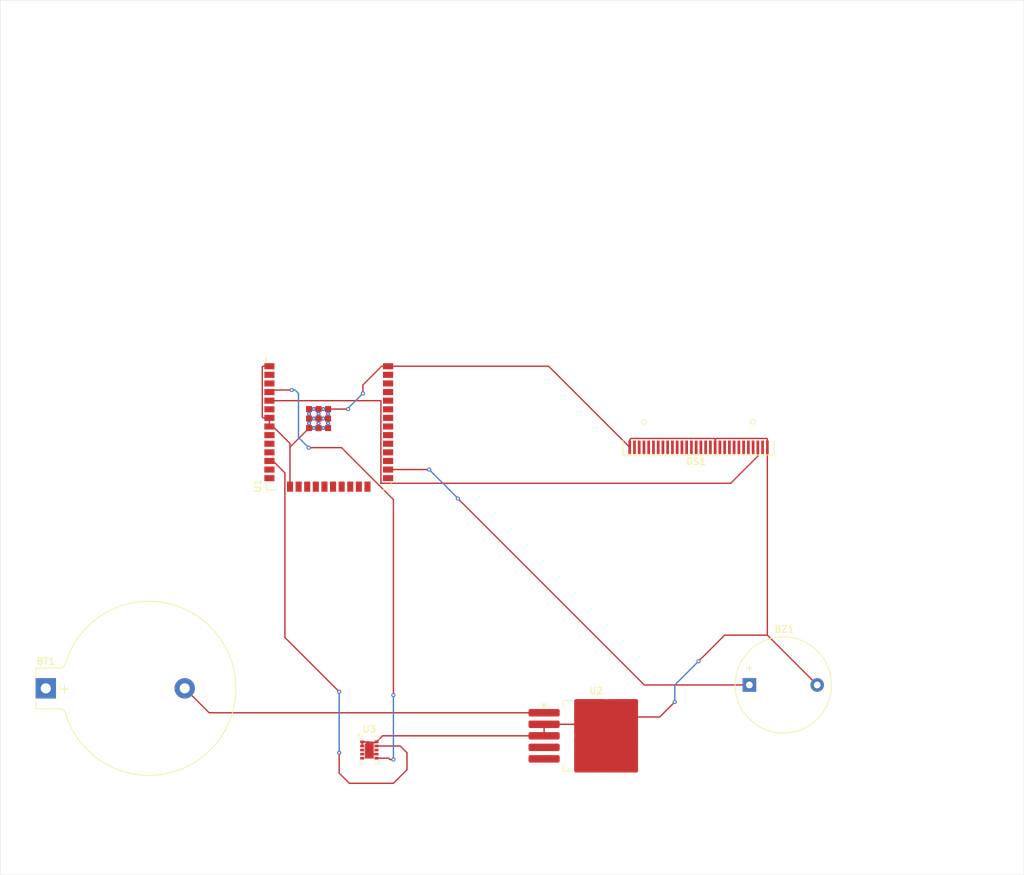
<source format=kicad_pcb>
(kicad_pcb (version 20241229) (generator "pcbnew") (generator_version "9.0")
  (layers (0 "F.Cu" signal) (2 "B.Cu" signal) (13 "F.Paste" user) (15 "B.Paste" user) (5 "F.SilkS" user "F.Silkscreen") (7 "B.SilkS" user "B.Silkscreen") (1 "F.Mask" user) (3 "B.Mask" user) (25 "Edge.Cuts" user))
  (net 0 "")
  (net 1 "Net-(BT1--)")
  (net 2 "Net-(BT1-+)")
  (net 3 "Net-(BZ1-+)")
  (net 4 "GND")
  (net 25 "Net-(DS1-VCC)")
  (net 42 "Net-(U1-IO27)")
  (net 44 "Net-(U1-SENSOR_VP)")
  (footprint "RF_Module:ESP32-WROOM-32E" (layer "F.Cu") (at 131.46 91.25)
    (property "Reference" "U1" (at -10.5 13.5 90) (layer "F.SilkS") (effects (justify left)))
    (property "Value" "ESP32-WROOM-32")
    (fp_line (start -9.2 12.95) (end -9.2 12) (stroke (width 0.12)) (layer "F.SilkS"))
    (fp_line (start -7.8 12.95) (end -9.2 12.95) (stroke (width 0.12)) (layer "F.SilkS"))
    (fp_line (start 7.8 12.95) (end 9.2 12.95) (stroke (width 0.12)) (layer "F.SilkS"))
    (fp_line (start 9.2 12.95) (end 9.2 12) (stroke (width 0.12)) (layer "F.SilkS"))
    (fp_poly (pts (xy -9.2 -6) (xy -9.7 -6) (xy -9.2 -6.5) (xy -9.2 -6)) (stroke (width 0.12)) (fill yes) (layer "F.SilkS"))
    (pad "1" smd rect (at -8.75 -5.26) (size 1.5 0.9) (layers "F.Cu" "F.Mask" "F.Paste") (net 4 "GND"))
    (pad "2" smd rect (at -8.75 -3.99) (size 1.5 0.9) (layers "F.Cu" "F.Mask" "F.Paste"))
    (pad "3" smd rect (at -8.75 -2.72) (size 1.5 0.9) (layers "F.Cu" "F.Mask" "F.Paste"))
    (pad "4" smd rect (at -8.75 -1.45) (size 1.5 0.9) (layers "F.Cu" "F.Mask" "F.Paste") (net 44 "Net-(U1-SENSOR_VP)"))
    (pad "5" smd rect (at -8.75 -0.18) (size 1.5 0.9) (layers "F.Cu" "F.Mask" "F.Paste") (net 25 "Net-(DS1-VCC)"))
    (pad "6" smd rect (at -8.75 1.09) (size 1.5 0.9) (layers "F.Cu" "F.Mask" "F.Paste"))
    (pad "7" smd rect (at -8.75 2.36) (size 1.5 0.9) (layers "F.Cu" "F.Mask" "F.Paste") (net 4 "GND"))
    (pad "8" smd rect (at -8.75 3.63) (size 1.5 0.9) (layers "F.Cu" "F.Mask" "F.Paste") (net 4 "GND"))
    (pad "9" smd rect (at -8.75 4.9) (size 1.5 0.9) (layers "F.Cu" "F.Mask" "F.Paste"))
    (pad "10" smd rect (at -8.75 6.17) (size 1.5 0.9) (layers "F.Cu" "F.Mask" "F.Paste"))
    (pad "11" smd rect (at -8.75 7.44) (size 1.5 0.9) (layers "F.Cu" "F.Mask" "F.Paste"))
    (pad "12" smd rect (at -8.75 8.71) (size 1.5 0.9) (layers "F.Cu" "F.Mask" "F.Paste") (net 42 "Net-(U1-IO27)"))
    (pad "13" smd rect (at -8.75 9.98) (size 1.5 0.9) (layers "F.Cu" "F.Mask" "F.Paste"))
    (pad "14" smd rect (at -8.75 11.25) (size 1.5 0.9) (layers "F.Cu" "F.Mask" "F.Paste"))
    (pad "15" smd rect (at -5.715 12.5 90) (size 1.5 0.9) (layers "F.Cu" "F.Mask" "F.Paste") (net 4 "GND"))
    (pad "16" smd rect (at -4.445 12.5 90) (size 1.5 0.9) (layers "F.Cu" "F.Mask" "F.Paste"))
    (pad "17" smd rect (at -3.175 12.5 90) (size 1.5 0.9) (layers "F.Cu" "F.Mask" "F.Paste"))
    (pad "18" smd rect (at -1.905 12.5 90) (size 1.5 0.9) (layers "F.Cu" "F.Mask" "F.Paste"))
    (pad "19" smd rect (at -0.635 12.5 90) (size 1.5 0.9) (layers "F.Cu" "F.Mask" "F.Paste"))
    (pad "20" smd rect (at 0.635 12.5 90) (size 1.5 0.9) (layers "F.Cu" "F.Mask" "F.Paste"))
    (pad "21" smd rect (at 1.905 12.5 90) (size 1.5 0.9) (layers "F.Cu" "F.Mask" "F.Paste"))
    (pad "22" smd rect (at 3.175 12.5 90) (size 1.5 0.9) (layers "F.Cu" "F.Mask" "F.Paste"))
    (pad "23" smd rect (at 4.445 12.5 90) (size 1.5 0.9) (layers "F.Cu" "F.Mask" "F.Paste"))
    (pad "24" smd rect (at 5.715 12.5 90) (size 1.5 0.9) (layers "F.Cu" "F.Mask" "F.Paste"))
    (pad "25" smd rect (at 8.75 11.25) (size 1.5 0.9) (layers "F.Cu" "F.Mask" "F.Paste"))
    (pad "26" smd rect (at 8.75 9.98) (size 1.5 0.9) (layers "F.Cu" "F.Mask" "F.Paste") (net 3 "Net-(BZ1-+)"))
    (pad "27" smd rect (at 8.75 8.71) (size 1.5 0.9) (layers "F.Cu" "F.Mask" "F.Paste"))
    (pad "28" smd rect (at 8.75 7.44) (size 1.5 0.9) (layers "F.Cu" "F.Mask" "F.Paste"))
    (pad "29" smd rect (at 8.75 6.17) (size 1.5 0.9) (layers "F.Cu" "F.Mask" "F.Paste"))
    (pad "30" smd rect (at 8.75 4.9) (size 1.5 0.9) (layers "F.Cu" "F.Mask" "F.Paste"))
    (pad "31" smd rect (at 8.75 3.63) (size 1.5 0.9) (layers "F.Cu" "F.Mask" "F.Paste"))
    (pad "32" smd rect (at 8.75 2.36) (size 1.5 0.9) (layers "F.Cu" "F.Mask" "F.Paste"))
    (pad "33" smd rect (at 8.75 1.09) (size 1.5 0.9) (layers "F.Cu" "F.Mask" "F.Paste"))
    (pad "34" smd rect (at 8.75 -0.18) (size 1.5 0.9) (layers "F.Cu" "F.Mask" "F.Paste"))
    (pad "35" smd rect (at 8.75 -1.45) (size 1.5 0.9) (layers "F.Cu" "F.Mask" "F.Paste"))
    (pad "36" smd rect (at 8.75 -2.72) (size 1.5 0.9) (layers "F.Cu" "F.Mask" "F.Paste"))
    (pad "37" smd rect (at 8.75 -3.99) (size 1.5 0.9) (layers "F.Cu" "F.Mask" "F.Paste"))
    (pad "38" smd rect (at 8.75 -5.26) (size 1.5 0.9) (layers "F.Cu" "F.Mask" "F.Paste") (net 4 "GND"))
    (pad "39" smd rect (at -2.9 1.06) (size 0.9 0.9) (property pad_prop_heatsink) (layers "F.Cu" "F.Mask" "F.Paste") (net 4 "GND"))
    (pad "39" thru_hole circle (at -2.9 1.76) (size 0.6 0.6) (drill 0.2) (property pad_prop_heatsink) (layers "*.Cu" "*.Mask") (net 4 "GND"))
    (pad "39" smd rect (at -2.9 2.46) (size 0.9 0.9) (property pad_prop_heatsink) (layers "F.Cu" "F.Mask" "F.Paste") (net 4 "GND"))
    (pad "39" thru_hole circle (at -2.9 3.16) (size 0.6 0.6) (drill 0.2) (property pad_prop_heatsink) (layers "*.Cu" "*.Mask") (net 4 "GND"))
    (pad "39" smd rect (at -2.9 3.86) (size 0.9 0.9) (property pad_prop_heatsink) (layers "F.Cu" "F.Mask" "F.Paste") (net 4 "GND"))
    (pad "39" thru_hole circle (at -2.2 1.06) (size 0.6 0.6) (drill 0.2) (property pad_prop_heatsink) (layers "*.Cu" "*.Mask") (net 4 "GND"))
    (pad "39" thru_hole circle (at -2.2 2.46) (size 0.6 0.6) (drill 0.2) (property pad_prop_heatsink) (layers "*.Cu" "*.Mask") (net 4 "GND"))
    (pad "39" thru_hole circle (at -2.2 3.86) (size 0.6 0.6) (drill 0.2) (property pad_prop_heatsink) (layers "*.Cu" "*.Mask") (net 4 "GND"))
    (pad "39" smd rect (at -1.5 1.06) (size 0.9 0.9) (property pad_prop_heatsink) (layers "F.Cu" "F.Mask" "F.Paste") (net 4 "GND"))
    (pad "39" thru_hole circle (at -1.5 1.76) (size 0.6 0.6) (drill 0.2) (property pad_prop_heatsink) (layers "*.Cu" "*.Mask") (net 4 "GND"))
    (pad "39" smd rect (at -1.5 2.46) (size 0.9 0.9) (property pad_prop_heatsink) (layers "F.Cu" "F.Mask" "F.Paste") (net 4 "GND"))
    (pad "39" thru_hole circle (at -1.5 3.16) (size 0.6 0.6) (drill 0.2) (property pad_prop_heatsink) (layers "*.Cu" "*.Mask") (net 4 "GND"))
    (pad "39" smd rect (at -1.5 3.86) (size 0.9 0.9) (property pad_prop_heatsink) (layers "F.Cu" "F.Mask" "F.Paste") (net 4 "GND"))
    (pad "39" thru_hole circle (at -0.8 1.06) (size 0.6 0.6) (drill 0.2) (property pad_prop_heatsink) (layers "*.Cu" "*.Mask") (net 4 "GND"))
    (pad "39" thru_hole circle (at -0.8 2.46) (size 0.6 0.6) (drill 0.2) (property pad_prop_heatsink) (layers "*.Cu" "*.Mask") (net 4 "GND"))
    (pad "39" thru_hole circle (at -0.8 3.86) (size 0.6 0.6) (drill 0.2) (property pad_prop_heatsink) (layers "*.Cu" "*.Mask") (net 4 "GND"))
    (pad "39" smd rect (at -0.1 1.06) (size 0.9 0.9) (property pad_prop_heatsink) (layers "F.Cu" "F.Mask" "F.Paste") (net 4 "GND"))
    (pad "39" thru_hole circle (at -0.1 1.76) (size 0.6 0.6) (drill 0.2) (property pad_prop_heatsink) (layers "*.Cu" "*.Mask") (net 4 "GND"))
    (pad "39" smd rect (at -0.1 2.46) (size 0.9 0.9) (property pad_prop_heatsink) (layers "F.Cu" "F.Mask" "F.Paste") (net 4 "GND"))
    (pad "39" thru_hole circle (at -0.1 3.16) (size 0.6 0.6) (drill 0.2) (property pad_prop_heatsink) (layers "*.Cu" "*.Mask") (net 4 "GND"))
    (pad "39" smd rect (at -0.1 3.86) (size 0.9 0.9) (property pad_prop_heatsink) (layers "F.Cu" "F.Mask" "F.Paste") (net 4 "GND"))
  )
  (footprint "Package_LGA:AMS_LGA-10-1EP_2.7x4mm_P0.6mm" (layer "F.Cu") (at 137.45 142.6)
    (property "Reference" "U3" (at 0 -3.1 0) (layer "F.SilkS"))
    (property "Value" "CCS811")
    (fp_line (start -1.4 -1.85) (end -1.4 -1.57) (stroke (width 0.1)) (layer "F.SilkS"))
    (fp_line (start -1.4 1.57) (end -1.4 2.05) (stroke (width 0.1)) (layer "F.SilkS"))
    (fp_line (start -1.4 2.05) (end -0.76 2.05) (stroke (width 0.1)) (layer "F.SilkS"))
    (fp_line (start -1.2 -2.05) (end -0.76 -2.05) (stroke (width 0.1)) (layer "F.SilkS"))
    (fp_line (start 0.76 -2.05) (end 1.4 -2.05) (stroke (width 0.1)) (layer "F.SilkS"))
    (fp_line (start 0.76 2.05) (end 1.4 2.05) (stroke (width 0.1)) (layer "F.SilkS"))
    (fp_line (start 1.4 -2.05) (end 1.4 -1.57) (stroke (width 0.1)) (layer "F.SilkS"))
    (fp_line (start 1.4 1.57) (end 1.4 2.05) (stroke (width 0.1)) (layer "F.SilkS"))
    (fp_poly (pts (xy -1.4 -2.05) (xy -1.76 -2.05) (xy -1.4 -2.41) (xy -1.4 -2.05)) (stroke (width 0.1)) (fill yes) (layer "F.SilkS"))
    (pad "1" smd rect (at -1.05 -1.2) (size 0.6 0.4) (layers "F.Cu" "F.Mask" "F.Paste") (net 4 "GND"))
    (pad "2" smd rect (at -1.05 -0.6) (size 0.6 0.4) (layers "F.Cu" "F.Mask" "F.Paste") (net 4 "GND"))
    (pad "3" smd rect (at -1.05 0) (size 0.6 0.4) (layers "F.Cu" "F.Mask" "F.Paste"))
    (pad "4" smd rect (at -1.05 0.6) (size 0.6 0.4) (layers "F.Cu" "F.Mask" "F.Paste"))
    (pad "5" smd rect (at -1.05 1.2) (size 0.6 0.4) (layers "F.Cu" "F.Mask" "F.Paste"))
    (pad "6" smd rect (at 1.05 1.2) (size 0.6 0.4) (layers "F.Cu" "F.Mask" "F.Paste") (net 44 "Net-(U1-SENSOR_VP)"))
    (pad "7" smd rect (at 1.05 0.6) (size 0.6 0.4) (layers "F.Cu" "F.Mask" "F.Paste") (net 4 "GND"))
    (pad "8" smd rect (at 1.05 0) (size 0.6 0.4) (layers "F.Cu" "F.Mask" "F.Paste"))
    (pad "9" smd rect (at 1.05 -0.6) (size 0.6 0.4) (layers "F.Cu" "F.Mask" "F.Paste") (net 42 "Net-(U1-IO27)"))
    (pad "10" smd rect (at 1.05 -1.2) (size 0.6 0.4) (layers "F.Cu" "F.Mask" "F.Paste") (net 4 "GND"))
    (pad "11" smd trapezoid (at 0 -1.1) (size 1 0.3) (rect_delta 0 0.3) (layers "F.Cu" "F.Mask" "F.Paste") (net 4 "GND"))
    (pad "11" smd rect (at 0 0.15) (size 1.3 2.2) (layers "F.Cu" "F.Mask" "F.Paste") (net 4 "GND"))
    (pad "11" smd rect (at 0.15 -1.1) (size 1 0.3) (layers "F.Cu" "F.Mask" "F.Paste") (net 4 "GND"))
  )
  (footprint "Buzzer_Beeper:Buzzer_D14mm_H7mm_P10mm" (layer "F.Cu") (at 193.5 133)
    (property "Reference" "BZ1" (at 5.16 -8.23 0) (layer "F.SilkS"))
    (property "Value" "Buzzer")
    (fp_circle (center 5 0) (end 12.1 0) (stroke (width 0.12)) (fill no) (layer "F.SilkS"))
    (fp_text user "+" (at -0.01 -2.54 0) (layer "F.SilkS"))
    (pad "1" thru_hole rect (at 0 0) (size 2 2) (drill 1) (layers "*.Cu" "*.Mask") (net 3 "Net-(BZ1-+)"))
    (pad "2" thru_hole circle (at 10 0) (size 2 2) (drill 1) (layers "*.Cu" "*.Mask") (net 4 "GND"))
  )
  (footprint "Battery:BatteryHolder_Keystone_104_1x23mm" (layer "F.Cu") (at 89.73 133.5)
    (property "Reference" "BT1" (at 0 -4 0) (layer "F.SilkS"))
    (property "Value" "Battery")
    (fp_line (start -1.45 -3) (end 2.1 -3) (stroke (width 0.12)) (layer "F.SilkS"))
    (fp_line (start -1.45 -1.8) (end -1.45 -3) (stroke (width 0.12)) (layer "F.SilkS"))
    (fp_line (start -1.45 1.8) (end -1.45 3) (stroke (width 0.12)) (layer "F.SilkS"))
    (fp_line (start -1.45 3) (end 2.1 3) (stroke (width 0.12)) (layer "F.SilkS"))
    (fp_arc (start 2.1 3) (mid 2.550694 3.136459) (end 2.85 3.5) (stroke (width 0.12)) (layer "F.SilkS"))
    (fp_arc (start 2.85 -3.5) (mid 2.550694 -3.136459) (end 2.1 -3) (stroke (width 0.12)) (layer "F.SilkS"))
    (fp_arc (start 2.85 -3.5) (mid 16.966716 -12.714122) (end 28.03617 0) (stroke (width 0.12)) (layer "F.SilkS"))
    (fp_arc (start 28.03617 0) (mid 16.966716 12.714122) (end 2.85 3.5) (stroke (width 0.12)) (layer "F.SilkS"))
    (fp_text user "+" (at 2.75 0 0) (layer "F.SilkS") (effects (font (size 1.5 1.5))))
    (pad "1" thru_hole rect (at 0 0) (size 3 3) (drill 1.5) (layers "*.Cu" "*.Mask") (net 2 "Net-(BT1-+)"))
    (pad "2" thru_hole circle (at 20.49 0) (size 3 3) (drill 1.5) (layers "*.Cu" "*.Mask") (net 1 "Net-(BT1--)"))
  )
  (footprint "Display:OLED-128O064D" (layer "F.Cu") (at 186 97.945)
    (property "Reference" "DS1" (at -0.35 2.1 0) (layer "F.SilkS"))
    (property "Value" "OLED-128O064D")
    (fp_line (start -11.15 -1) (end -11.15 1.15) (stroke (width 0.12)) (layer "F.SilkS"))
    (fp_line (start -11.15 1.15) (end 11.15 1.15) (stroke (width 0.12)) (layer "F.SilkS"))
    (fp_line (start 11.15 1.15) (end 11.15 -1) (stroke (width 0.12)) (layer "F.SilkS"))
    (fp_circle (center -8 -3.75) (end -7.65 -3.75) (stroke (width 0.1)) (fill no) (layer "F.SilkS"))
    (fp_circle (center 8 -3.75) (end 8.35 -3.75) (stroke (width 0.1)) (fill no) (layer "F.SilkS"))
    (pad "1" smd rect (at -10.15 0) (size 0.4 2) (layers "F.Cu" "F.Mask" "F.Paste") (net 4 "GND"))
    (pad "2" smd rect (at -9.45 0) (size 0.4 2) (layers "F.Cu" "F.Mask" "F.Paste"))
    (pad "3" smd rect (at -8.75 0) (size 0.4 2) (layers "F.Cu" "F.Mask" "F.Paste"))
    (pad "4" smd rect (at -8.05 0) (size 0.4 2) (layers "F.Cu" "F.Mask" "F.Paste"))
    (pad "5" smd rect (at -7.35 0) (size 0.4 2) (layers "F.Cu" "F.Mask" "F.Paste"))
    (pad "6" smd rect (at -6.65 0) (size 0.4 2) (layers "F.Cu" "F.Mask" "F.Paste"))
    (pad "7" smd rect (at -5.95 0) (size 0.4 2) (layers "F.Cu" "F.Mask" "F.Paste"))
    (pad "8" smd rect (at -5.25 0) (size 0.4 2) (layers "F.Cu" "F.Mask" "F.Paste"))
    (pad "9" smd rect (at -4.55 0) (size 0.4 2) (layers "F.Cu" "F.Mask" "F.Paste"))
    (pad "10" smd rect (at -3.85 0) (size 0.4 2) (layers "F.Cu" "F.Mask" "F.Paste"))
    (pad "11" smd rect (at -3.15 0) (size 0.4 2) (layers "F.Cu" "F.Mask" "F.Paste"))
    (pad "12" smd rect (at -2.45 0) (size 0.4 2) (layers "F.Cu" "F.Mask" "F.Paste"))
    (pad "13" smd rect (at -1.75 0) (size 0.4 2) (layers "F.Cu" "F.Mask" "F.Paste"))
    (pad "14" smd rect (at -1.05 0) (size 0.4 2) (layers "F.Cu" "F.Mask" "F.Paste"))
    (pad "15" smd rect (at -0.35 0) (size 0.4 2) (layers "F.Cu" "F.Mask" "F.Paste"))
    (pad "16" smd rect (at 0.35 0) (size 0.4 2) (layers "F.Cu" "F.Mask" "F.Paste"))
    (pad "17" smd rect (at 1.05 0) (size 0.4 2) (layers "F.Cu" "F.Mask" "F.Paste"))
    (pad "18" smd rect (at 1.75 0) (size 0.4 2) (layers "F.Cu" "F.Mask" "F.Paste"))
    (pad "19" smd rect (at 2.45 0) (size 0.4 2) (layers "F.Cu" "F.Mask" "F.Paste") (net 4 "GND"))
    (pad "20" smd rect (at 3.15 0) (size 0.4 2) (layers "F.Cu" "F.Mask" "F.Paste"))
    (pad "21" smd rect (at 3.85 0) (size 0.4 2) (layers "F.Cu" "F.Mask" "F.Paste"))
    (pad "22" smd rect (at 4.55 0) (size 0.4 2) (layers "F.Cu" "F.Mask" "F.Paste"))
    (pad "23" smd rect (at 5.25 0) (size 0.4 2) (layers "F.Cu" "F.Mask" "F.Paste"))
    (pad "24" smd rect (at 5.95 0) (size 0.4 2) (layers "F.Cu" "F.Mask" "F.Paste"))
    (pad "25" smd rect (at 6.65 0) (size 0.4 2) (layers "F.Cu" "F.Mask" "F.Paste"))
    (pad "26" smd rect (at 7.35 0) (size 0.4 2) (layers "F.Cu" "F.Mask" "F.Paste"))
    (pad "27" smd rect (at 8.05 0) (size 0.4 2) (layers "F.Cu" "F.Mask" "F.Paste"))
    (pad "28" smd rect (at 8.75 0) (size 0.4 2) (layers "F.Cu" "F.Mask" "F.Paste") (net 25 "Net-(DS1-VCC)"))
    (pad "29" smd rect (at 9.45 0) (size 0.4 2) (layers "F.Cu" "F.Mask" "F.Paste"))
    (pad "30" smd rect (at 10.15 0) (size 0.4 2) (layers "F.Cu" "F.Mask" "F.Paste") (net 4 "GND"))
  )
  (footprint "Package_TO_SOT_SMD:TO-263-5_TabPin3" (layer "F.Cu") (at 170.875 140.5)
    (property "Reference" "U2" (at 0 -6.65 0) (layer "F.SilkS"))
    (property "Value" "LM2596S-3.3")
    (fp_line (start -4.825 -5.2) (end -4.825 -4.25) (stroke (width 0.12)) (layer "F.SilkS"))
    (fp_line (start -4.825 5.2) (end -4.825 4.25) (stroke (width 0.12)) (layer "F.SilkS"))
    (fp_line (start -3.46 -5.2) (end -4.825 -5.2) (stroke (width 0.12)) (layer "F.SilkS"))
    (fp_line (start -3.46 5.2) (end -4.825 5.2) (stroke (width 0.12)) (layer "F.SilkS"))
    (fp_poly (pts (xy -7.65 -4.21) (xy -7.99 -4.68) (xy -7.31 -4.68) (xy -7.65 -4.21)) (stroke (width 0.12)) (fill yes) (layer "F.SilkS"))
    (pad "1" smd roundrect (at -7.65 -3.4) (size 4.6 1.1) (layers "F.Cu" "F.Mask" "F.Paste") (roundrect_rratio 0.227273) (net 1 "Net-(BT1--)"))
    (pad "2" smd roundrect (at -7.65 -1.7) (size 4.6 1.1) (layers "F.Cu" "F.Mask" "F.Paste") (roundrect_rratio 0.227273) (net 4 "GND"))
    (pad "3" smd roundrect (at -7.65 0) (size 4.6 1.1) (layers "F.Cu" "F.Mask" "F.Paste") (roundrect_rratio 0.227273) (net 4 "GND"))
    (pad "3" smd roundrect (at -0.925 -2.775) (size 4.55 5.25) (layers "F.Cu" "F.Paste") (roundrect_rratio 0.054945) (net 4 "GND"))
    (pad "3" smd roundrect (at -0.925 2.775) (size 4.55 5.25) (layers "F.Cu" "F.Paste") (roundrect_rratio 0.054945) (net 4 "GND"))
    (pad "3" smd roundrect (at 1.5 0) (size 9.4 10.8) (layers "F.Cu" "F.Mask") (roundrect_rratio 0.026596) (net 4 "GND"))
    (pad "3" smd roundrect (at 3.925 -2.775) (size 4.55 5.25) (layers "F.Cu" "F.Paste") (roundrect_rratio 0.054945) (net 4 "GND"))
    (pad "3" smd roundrect (at 3.925 2.775) (size 4.55 5.25) (layers "F.Cu" "F.Paste") (roundrect_rratio 0.054945) (net 4 "GND"))
    (pad "4" smd roundrect (at -7.65 1.7) (size 4.6 1.1) (layers "F.Cu" "F.Mask" "F.Paste") (roundrect_rratio 0.227273))
    (pad "5" smd roundrect (at -7.65 3.4) (size 4.6 1.1) (layers "F.Cu" "F.Mask" "F.Paste") (roundrect_rratio 0.227273))
  )
  (gr_rect (start 83 32) (end 234 161) (stroke (width 0.05)) (fill no) (layer "Edge.Cuts"))
  (segment (start 110.22 133.5) (end 113.82 137.1) (width 0.2) (layer "F.Cu") (net 1))
  (segment (start 113.82 137.1) (end 163.225 137.1) (width 0.2) (layer "F.Cu") (net 1))
  (segment (start 150.5 105.5) (end 178 133) (width 0.2) (layer "F.Cu") (net 3))
  (segment (start 140.21 101.23) (end 146.27 101.23) (width 0.2) (layer "F.Cu") (net 3))
  (segment (start 178 133) (end 193.5 133) (width 0.2) (layer "F.Cu") (net 3))
  (via (at 146.27 101.23) (size 0.6) (drill 0.3) (layers "F.Cu" "B.Cu") (net 3))
  (via (at 150.5 105.5) (size 0.6) (drill 0.3) (layers "F.Cu" "B.Cu") (net 3))
  (segment (start 150.5 105.46) (end 150.5 105.5) (width 0.2) (layer "B.Cu") (net 3))
  (segment (start 146.27 101.23) (end 150.5 105.46) (width 0.2) (layer "B.Cu") (net 3))
  (segment (start 122.71 85.99) (end 121.76 85.99) (width 0.2) (layer "F.Cu") (net 4))
  (segment (start 136.4 141.4) (end 137.35 141.4) (width 0.2) (layer "F.Cu") (net 4))
  (segment (start 175.85 96.843) (end 176.049 96.644) (width 0.2) (layer "F.Cu") (net 4))
  (segment (start 196.15 125.65) (end 203.5 133) (width 0.2) (layer "F.Cu") (net 4))
  (segment (start 196.15 96.745) (end 196.15 97.945) (width 0.2) (layer "F.Cu") (net 4))
  (segment (start 136.4 142) (end 136.4 141.4) (width 0.2) (layer "F.Cu") (net 4))
  (segment (start 128.56 95.11) (end 125.745 97.925) (width 0.2) (layer "F.Cu") (net 4))
  (segment (start 138.4 141.5) (end 138.5 141.4) (width 0.2) (layer "F.Cu") (net 4))
  (segment (start 123.242 94.88) (end 122.71 94.88) (width 0.2) (layer "F.Cu") (net 4))
  (segment (start 125.745 97.925) (end 125.745 97.383) (width 0.2) (layer "F.Cu") (net 4))
  (segment (start 136.5 90) (end 136.5 88.75) (width 0.2) (layer "F.Cu") (net 4))
  (segment (start 121.659 93.509) (end 121.76 93.61) (width 0.2) (layer "F.Cu") (net 4))
  (segment (start 188.45 97.945) (end 188.45 96.843) (width 0.2) (layer "F.Cu") (net 4))
  (segment (start 139.26 85.99) (end 140.21 85.99) (width 0.2) (layer "F.Cu") (net 4))
  (segment (start 182.5 135.5) (end 180.275 137.725) (width 0.2) (layer "F.Cu") (net 4))
  (segment (start 196.15 97.945) (end 196.15 125.65) (width 0.2) (layer "F.Cu") (net 4))
  (segment (start 121.76 93.61) (end 122.71 93.61) (width 0.2) (layer "F.Cu") (net 4))
  (segment (start 137.9 143.2) (end 137.45 142.75) (width 0.2) (layer "F.Cu") (net 4))
  (segment (start 176.049 96.644) (end 188.349 96.644) (width 0.2) (layer "F.Cu") (net 4))
  (segment (start 163.225 138.8) (end 163.225 140.5) (width 0.2) (layer "F.Cu") (net 4))
  (segment (start 188.349 96.644) (end 188.45 96.745) (width 0.2) (layer "F.Cu") (net 4))
  (segment (start 188.45 96.745) (end 188.45 97.945) (width 0.2) (layer "F.Cu") (net 4))
  (segment (start 137.35 141.4) (end 137.45 141.5) (width 0.2) (layer "F.Cu") (net 4))
  (segment (start 168.875 138.8) (end 163.225 138.8) (width 0.2) (layer "F.Cu") (net 4))
  (segment (start 137.6 141.5) (end 138.4 141.5) (width 0.2) (layer "F.Cu") (net 4))
  (segment (start 188.649 96.644) (end 196.049 96.644) (width 0.2) (layer "F.Cu") (net 4))
  (segment (start 196.15 125.65) (end 189.85 125.65) (width 0.2) (layer "F.Cu") (net 4))
  (segment (start 121.76 85.99) (end 121.659 86.091) (width 0.2) (layer "F.Cu") (net 4))
  (segment (start 125.745 97.925) (end 125.745 103.75) (width 0.2) (layer "F.Cu") (net 4))
  (segment (start 175.85 97.945) (end 175.85 96.843) (width 0.2) (layer "F.Cu") (net 4))
  (segment (start 196.049 96.644) (end 196.15 96.745) (width 0.2) (layer "F.Cu") (net 4))
  (segment (start 121.659 86.091) (end 121.659 93.509) (width 0.2) (layer "F.Cu") (net 4))
  (segment (start 125.745 97.383) (end 123.242 94.88) (width 0.2) (layer "F.Cu") (net 4))
  (segment (start 136.5 88.75) (end 139.26 85.99) (width 0.2) (layer "F.Cu") (net 4))
  (segment (start 138.5 143.2) (end 137.9 143.2) (width 0.2) (layer "F.Cu") (net 4))
  (segment (start 131.36 92.31) (end 134.31 92.31) (width 0.2) (layer "F.Cu") (net 4))
  (segment (start 163.225 140.5) (end 139.4 140.5) (width 0.2) (layer "F.Cu") (net 4))
  (segment (start 140.21 85.99) (end 163.895 85.99) (width 0.2) (layer "F.Cu") (net 4))
  (segment (start 180.275 137.725) (end 174.8 137.725) (width 0.2) (layer "F.Cu") (net 4))
  (segment (start 163.895 85.99) (end 175.85 97.945) (width 0.2) (layer "F.Cu") (net 4))
  (segment (start 139.4 140.5) (end 138.5 141.4) (width 0.2) (layer "F.Cu") (net 4))
  (segment (start 188.45 96.843) (end 188.649 96.644) (width 0.2) (layer "F.Cu") (net 4))
  (segment (start 189.85 125.65) (end 186 129.5) (width 0.2) (layer "F.Cu") (net 4))
  (segment (start 169.95 137.725) (end 168.875 138.8) (width 0.2) (layer "F.Cu") (net 4))
  (segment (start 122.71 93.61) (end 122.71 94.88) (width 0.2) (layer "F.Cu") (net 4))
  (via (at 186 129.5) (size 0.6) (drill 0.3) (layers "F.Cu" "B.Cu") (net 4))
  (via (at 136.5 90) (size 0.6) (drill 0.3) (layers "F.Cu" "B.Cu") (net 4))
  (via (at 134.31 92.31) (size 0.6) (drill 0.3) (layers "F.Cu" "B.Cu") (net 4))
  (via (at 182.5 135.5) (size 0.6) (drill 0.3) (layers "F.Cu" "B.Cu") (net 4))
  (segment (start 134.31 92.19) (end 136.5 90) (width 0.2) (layer "B.Cu") (net 4))
  (segment (start 186 129.5) (end 182.5 133) (width 0.2) (layer "B.Cu") (net 4))
  (segment (start 134.31 92.31) (end 134.31 92.19) (width 0.2) (layer "B.Cu") (net 4))
  (segment (start 182.5 133) (end 182.5 135.5) (width 0.2) (layer "B.Cu") (net 4))
  (segment (start 122.71 91.07) (end 139.159 91.07) (width 0.2) (layer "F.Cu") (net 25))
  (segment (start 190.749 103.251) (end 194.75 99.25) (width 0.2) (layer "F.Cu") (net 25))
  (segment (start 139.159 103.251) (end 190.749 103.251) (width 0.2) (layer "F.Cu") (net 25))
  (segment (start 194.75 99.25) (end 194.75 97.945) (width 0.2) (layer "F.Cu") (net 25))
  (segment (start 139.159 91.07) (end 139.159 103.251) (width 0.2) (layer "F.Cu") (net 25))
  (segment (start 124.994 101.712) (end 124.994 125.994) (width 0.2) (layer "F.Cu") (net 42))
  (segment (start 134.5 147.5) (end 141 147.5) (width 0.2) (layer "F.Cu") (net 42))
  (segment (start 133 143) (end 133 146) (width 0.2) (layer "F.Cu") (net 42))
  (segment (start 123.242 99.96) (end 124.994 101.712) (width 0.2) (layer "F.Cu") (net 42))
  (segment (start 143 145.5) (end 143 143) (width 0.2) (layer "F.Cu") (net 42))
  (segment (start 133 146) (end 134.5 147.5) (width 0.2) (layer "F.Cu") (net 42))
  (segment (start 141 147.5) (end 143 145.5) (width 0.2) (layer "F.Cu") (net 42))
  (segment (start 122.71 99.96) (end 123.242 99.96) (width 0.2) (layer "F.Cu") (net 42))
  (segment (start 143 143) (end 142 142) (width 0.2) (layer "F.Cu") (net 42))
  (segment (start 142 142) (end 138.5 142) (width 0.2) (layer "F.Cu") (net 42))
  (segment (start 124.994 125.994) (end 133 134) (width 0.2) (layer "F.Cu") (net 42))
  (via (at 133 134) (size 0.6) (drill 0.3) (layers "F.Cu" "B.Cu") (net 42))
  (via (at 133 143) (size 0.6) (drill 0.3) (layers "F.Cu" "B.Cu") (net 42))
  (segment (start 133 134) (end 133 143) (width 0.2) (layer "B.Cu") (net 42))
  (segment (start 141 144) (end 140.5 144) (width 0.2) (layer "F.Cu") (net 44))
  (segment (start 128.5 98) (end 133.3409 98) (width 0.2) (layer "F.Cu") (net 44))
  (segment (start 140.3 143.8) (end 138.5 143.8) (width 0.2) (layer "F.Cu") (net 44))
  (segment (start 123.01 89.5) (end 126 89.5) (width 0.2) (layer "F.Cu") (net 44))
  (segment (start 141 105.6591) (end 141 134.5) (width 0.2) (layer "F.Cu") (net 44))
  (segment (start 122.71 89.8) (end 123.01 89.5) (width 0.2) (layer "F.Cu") (net 44))
  (segment (start 133.3409 98) (end 141 105.6591) (width 0.2) (layer "F.Cu") (net 44))
  (segment (start 140.5 144) (end 140.3 143.8) (width 0.2) (layer "F.Cu") (net 44))
  (via (at 126 89.5) (size 0.6) (drill 0.3) (layers "F.Cu" "B.Cu") (net 44))
  (via (at 128.5 98) (size 0.6) (drill 0.3) (layers "F.Cu" "B.Cu") (net 44))
  (via (at 141 134.5) (size 0.6) (drill 0.3) (layers "F.Cu" "B.Cu") (net 44))
  (via (at 141 144) (size 0.6) (drill 0.3) (layers "F.Cu" "B.Cu") (net 44))
  (segment (start 127 92) (end 127 96.5) (width 0.2) (layer "B.Cu") (net 44))
  (segment (start 126.5 89.5) (end 127 90) (width 0.2) (layer "B.Cu") (net 44))
  (segment (start 126 89.5) (end 126.5 89.5) (width 0.2) (layer "B.Cu") (net 44))
  (segment (start 127 96.5) (end 128.5 98) (width 0.2) (layer "B.Cu") (net 44))
  (segment (start 141 134.5) (end 141 144) (width 0.2) (layer "B.Cu") (net 44))
  (segment (start 127 90) (end 127 92) (width 0.2) (layer "B.Cu") (net 44))
)
</source>
